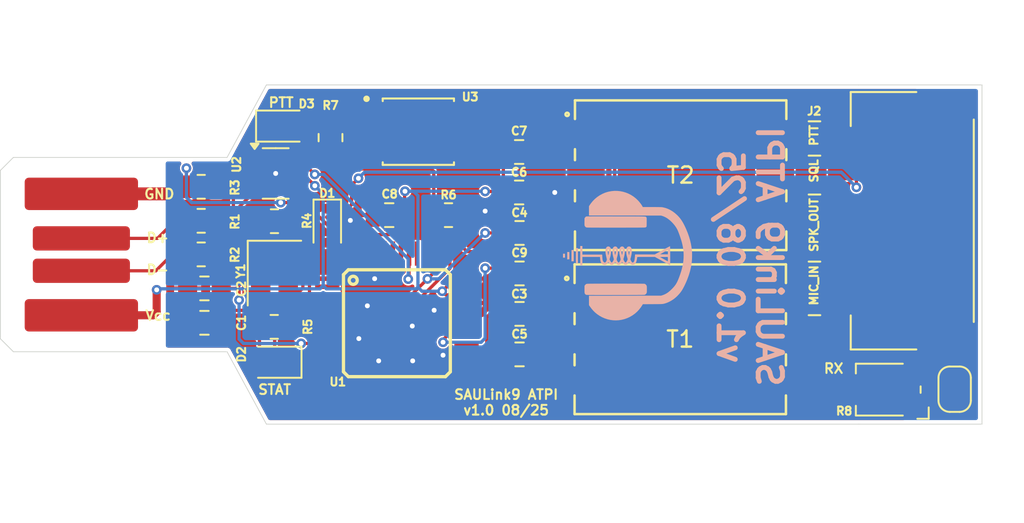
<source format=kicad_pcb>
(kicad_pcb (version 20240108) (generator "pcbnew") (generator_version "8.0")
  (layers (0 "F.Cu" signal) (31 "B.Cu" signal) (34 "B.Paste" user) (35 "F.Paste" user) (36 "B.SilkS" user "B.Silkscreen") (37 "F.SilkS" user "F.Silkscreen") (38 "B.Mask" user) (39 "F.Mask" user) (44 "Edge.Cuts" user))
  (net 0 "")
  (net 1 "Net-(C1-Pad2)")
  (net 2 "Net-(C2-Pad1)")
  (net 3 "Net-(C3-Pad1)")
  (net 4 "Net-(C3-Pad2)")
  (net 5 "Net-(C5-Pad1)")
  (net 6 "Net-(J1-VBUS)")
  (net 7 "Net-(C9-Pad1)")
  (net 8 "Net-(D1-K)")
  (net 9 "Net-(D1-A)")
  (net 10 "Net-(D2-A)")
  (net 11 "Net-(J1-D-)")
  (net 12 "GND")
  (net 13 "Net-(R1-Pad1)")
  (net 14 "Net-(R2-Pad2)")
  (net 15 "Net-(J1-D+)")
  (net 17 "Net-(J2-Pad3)")
  (net 18 "Net-(J2-Pad2)")
  (net 20 "Net-(JP1-A)")
  (net 24 "Net-(J2-Pad4)")
  (net 27 "Net-(R5-Pad2)")
  (net 28 "Net-(R3-Pad2)")
  (net 30 "Net-(U1-Pad42)")
  (net 47 "Net-(J2-Pad6)")
  (net 48 "Net-(R6-Pad1)")
  (net 49 "Net-(R6-Pad2)")
  (net 53 "Net-(T2-Pad1)")
  (net 55 "Net-(JP1-B)")
  (net 56 "Net-(C4-Pad1)")
  (net 57 "Net-(D3-A)")
  (footprint "Capacitor_SMD:C_0805_2012Metric" (layer "F.Cu") (at 139.051252 94.801748)
    (property "Reference" "C5" (at 0 -1.25 0) (layer "F.SilkS") (effects (font (size 0.5 0.5) (thickness 0.125))))
    (property "Value" "4.7uF")
    (pad "1" smd roundrect (at -0.95 0) (size 1 1.45) (layers "F.Cu" "F.Paste" "F.Mask") (net 5 "Net-(C5-Pad1)"))
    (pad "2" smd roundrect (at 0.95 0) (size 1 1.45) (layers "F.Cu" "F.Paste" "F.Mask") (net 12 "GND"))
  )
  (footprint "Resistor_SMD:R_0805_2012Metric" (layer "F.Cu") (at 119.388752 84.451748)
    (property "Reference" "R3" (at 2.0875 0.05 90) (layer "F.SilkS") (effects (font (size 0.5 0.5) (thickness 0.125))))
    (property "Value" "1k5")
    (pad "1" smd roundrect (at -0.9125 0) (size 1.025 1.4) (layers "F.Cu" "F.Paste" "F.Mask") (roundrect_rratio 0.243902) (net 56 "Net-(C4-Pad1)"))
    (pad "2" smd roundrect (at 0.9125 0) (size 1.025 1.4) (layers "F.Cu" "F.Paste" "F.Mask") (roundrect_rratio 0.243902) (net 28 "Net-(R3-Pad2)"))
  )
  (footprint "Resistor_SMD:R_0805_2012Metric" (layer "F.Cu") (at 134.663752 86.201748)
    (property "Reference" "R6" (at 0 -1.25 0) (layer "F.SilkS") (effects (font (size 0.5 0.5) (thickness 0.125))))
    (property "Value" "820")
    (pad "1" smd roundrect (at -0.9125 0) (size 1.025 1.4) (layers "F.Cu" "F.Paste" "F.Mask") (roundrect_rratio 0.243902) (net 48 "Net-(R6-Pad1)"))
    (pad "2" smd roundrect (at 0.9125 0) (size 1.025 1.4) (layers "F.Cu" "F.Paste" "F.Mask") (roundrect_rratio 0.243902) (net 49 "Net-(R6-Pad2)"))
  )
  (footprint "Resistor_SMD:R_0805_2012Metric" (layer "F.Cu") (at 119.388752 88.626748)
    (property "Reference" "R2" (at 2.0875 0.025 90) (layer "F.SilkS") (effects (font (size 0.5 0.5) (thickness 0.125))))
    (property "Value" "22")
    (pad "1" smd roundrect (at -0.9125 0) (size 1.025 1.4) (layers "F.Cu" "F.Paste" "F.Mask") (roundrect_rratio 0.243902) (net 11 "Net-(J1-D-)"))
    (pad "2" smd roundrect (at 0.9125 0) (size 1.025 1.4) (layers "F.Cu" "F.Paste" "F.Mask") (roundrect_rratio 0.243902) (net 14 "Net-(R2-Pad2)"))
  )
  (footprint "Capacitor_SMD:C_0805_2012Metric" (layer "F.Cu") (at 131.001252 86.201748 180)
    (property "Reference" "C8" (at -0.025 1.3 0) (layer "F.SilkS") (effects (font (size 0.5 0.5) (thickness 0.125))))
    (property "Value" "4.7uF")
    (pad "1" smd roundrect (at -0.95 0 180) (size 1 1.45) (layers "F.Cu" "F.Paste" "F.Mask") (net 6 "Net-(J1-VBUS)"))
    (pad "2" smd roundrect (at 0.95 0 180) (size 1 1.45) (layers "F.Cu" "F.Paste" "F.Mask") (net 12 "GND"))
  )
  (footprint "Connector_USB_PCB_Edge:USB_A_PCB_Edge_receptacle" (layer "F.Cu") (at 111.987252 88.637748)
    (property "Reference" "J1" (hide yes))
    (property "Value" "USB_A_PCB_Edge_receptacle")
    (fp_line (start -5 -5.2) (end -5 5.2) (stroke (width 0.05)) (layer "Edge.Cuts"))
    (fp_line (start -5 -5.2) (end -4.2 -6) (stroke (width 0.05)) (layer "Edge.Cuts"))
    (fp_line (start -5 5.2) (end -4.2 6) (stroke (width 0.05)) (layer "Edge.Cuts"))
    (fp_line (start 9 -6) (end -4.2 -6) (stroke (width 0.05)) (layer "Edge.Cuts"))
    (fp_line (start 9 6) (end -4.2 6) (stroke (width 0.05)) (layer "Edge.Cuts"))
    (pad "1" smd roundrect (at 0 3.75) (size 7 2) (layers "F.Cu" "F.Mask") (roundrect_rratio 0.125) (net 6 "Net-(J1-VBUS)"))
    (pad "2" smd roundrect (at 0 1) (size 6 1.5) (layers "F.Cu" "F.Mask") (roundrect_rratio 0.1666666667) (net 11 "Net-(J1-D-)"))
    (pad "3" smd roundrect (at 0 -1) (size 6 1.5) (layers "F.Cu" "F.Mask") (roundrect_rratio 0.1666666667) (net 15 "Net-(J1-D+)"))
    (pad "4" smd roundrect (at 0 -3.75) (size 7 2) (layers "F.Cu" "F.Mask") (roundrect_rratio 0.125) (net 12 "GND"))
  )
  (footprint "Jumper:SolderJumper-2_P1.3mm_Open_RoundedPad1.0x1.5mm" (layer "F.Cu") (at 165.926252 96.951748 90)
    (property "Reference" "JP1" (hide yes))
    (property "Value" "SolderJumper_2_Open")
    (pad "1" smd custom (at -0.65 0 90) (size 1 0.5) (layers "F.Cu" "F.Mask") (net 20 "Net-(JP1-A)") (options (clearance outline) (anchor rect)) (primitives (gr_circle (center 0 0.25) (end 0.5 0.25) (width 0) (fill yes)) (gr_circle (center 0 -0.25) (end 0.5 -0.25) (width 0) (fill yes)) (gr_poly (pts (xy 0.5 0.75) (xy 0 0.75) (xy 0 -0.75) (xy 0.5 -0.75)) (width 0) (fill yes))))
    (pad "2" smd custom (at 0.65 0 90) (size 1 0.5) (layers "F.Cu" "F.Mask") (net 55 "Net-(JP1-B)") (options (clearance outline) (anchor rect)) (primitives (gr_circle (center 0 0.25) (end 0.5 0.25) (width 0) (fill yes)) (gr_circle (center 0 -0.25) (end 0.5 -0.25) (width 0) (fill yes)) (gr_poly (pts (xy 0 0.75) (xy -0.5 0.75) (xy -0.5 -0.75) (xy 0 -0.75)) (width 0) (fill yes))))
  )
  (footprint "Potentiometer_SMD:Potentiometer_Bourns_TC33X_Vertical" (layer "F.Cu") (at 161.722652 96.978148 180)
    (property "Reference" "R8" (at 2.6214 -1.3236 0) (layer "F.SilkS") (effects (font (size 0.5 0.5) (thickness 0.125))))
    (property "Value" "100k")
    (pad "1" smd rect (at -1.8 -1 180) (size 1.2 1.2) (layers "F.Cu" "F.Paste" "F.Mask") (net 20 "Net-(JP1-A)"))
    (pad "2" smd rect (at 1.45 0 180) (size 1.5 1.6) (layers "F.Cu" "F.Paste" "F.Mask") (net 55 "Net-(JP1-B)"))
    (pad "3" smd rect (at -1.8 1 180) (size 1.2 1.2) (layers "F.Cu" "F.Paste" "F.Mask") (net 18 "Net-(J2-Pad2)"))
  )
  (footprint "Resistor_SMD:R_0805_2012Metric" (layer "F.Cu") (at 127.376252 81.414248 -90)
    (property "Reference" "R7" (at -1.9875 0 0) (layer "F.SilkS") (effects (font (size 0.5 0.5) (thickness 0.125))))
    (property "Value" "1.5k")
    (pad "1" smd roundrect (at -0.9125 0 270) (size 1.025 1.4) (layers "F.Cu" "F.Paste" "F.Mask") (roundrect_rratio 0.243902) (net 57 "Net-(D3-A)"))
    (pad "2" smd roundrect (at 0.9125 0 270) (size 1.025 1.4) (layers "F.Cu" "F.Paste" "F.Mask") (roundrect_rratio 0.243902) (net 48 "Net-(R6-Pad1)"))
  )
  (footprint "Capacitor_SMD:C_0805_2012Metric" (layer "F.Cu") (at 139.051252 87.301748)
    (property "Reference" "C4" (at 0 -1.25 0) (layer "F.SilkS") (effects (font (size 0.5 0.5) (thickness 0.125))))
    (property "Value" "4.7uF")
    (pad "1" smd roundrect (at -0.95 0) (size 1 1.45) (layers "F.Cu" "F.Paste" "F.Mask") (net 56 "Net-(C4-Pad1)"))
    (pad "2" smd roundrect (at 0.95 0) (size 1 1.45) (layers "F.Cu" "F.Paste" "F.Mask") (net 12 "GND"))
  )
  (footprint "Capacitor_SMD:C_0805_2012Metric_Pad1.18x1.45mm_HandSolder" (layer "F.Cu") (at 119.588752 90.726748 180)
    (property "Reference" "C2" (at -2.2875 -0.025 90) (layer "F.SilkS") (effects (font (size 0.5 0.5) (thickness 0.125))))
    (property "Value" "20pF")
    (pad "1" smd roundrect (at -1.0375 0 180) (size 1.175 1.45) (layers "F.Cu" "F.Paste" "F.Mask") (roundrect_rratio 0.212766) (net 2 "Net-(C2-Pad1)"))
    (pad "2" smd roundrect (at 1.0375 0 180) (size 1.175 1.45) (layers "F.Cu" "F.Paste" "F.Mask") (roundrect_rratio 0.212766) (net 12 "GND"))
  )
  (footprint "LED_SMD:LED_0805_2012Metric" (layer "F.Cu") (at 123.899852 95.286148 180)
    (property "Reference" "D2" (at 2.0236 0.4844 90) (layer "F.SilkS") (effects (font (size 0.5 0.5) (thickness 0.125))))
    (property "Value" "LED")
    (pad "1" smd roundrect (at -0.9375 0 180) (size 0.975 1.4) (layers "F.Cu" "F.Paste" "F.Mask") (net 12 "GND"))
    (pad "2" smd roundrect (at 0.9375 0 180) (size 0.975 1.4) (layers "F.Cu" "F.Paste" "F.Mask") (net 10 "Net-(D2-A)"))
  )
  (footprint "footprints:RES6_SM-LP-5001E_BRN" (layer "F.Cu") (at 148.977152 93.866748)
    (property "Reference" "T1" (at 0 0 0) (layer "F.SilkS"))
    (property "Value" "SM-LP-5001E")
    (pad "1" smd rect (at -5.849102 -2.54) (size 2.3114 1.1992) (layers "F.Cu" "F.Paste" "F.Mask") (net 12 "GND"))
    (pad "2" smd rect (at -5.849102 0) (size 2.3114 1.1992) (layers "F.Cu" "F.Paste" "F.Mask"))
    (pad "3" smd rect (at -5.849102 2.54) (size 2.3114 1.1992) (layers "F.Cu" "F.Paste" "F.Mask") (net 4 "Net-(C3-Pad2)"))
    (pad "4" smd rect (at 5.849102 2.54) (size 2.3114 1.1992) (layers "F.Cu" "F.Paste" "F.Mask") (net 18 "Net-(J2-Pad2)"))
    (pad "5" smd rect (at 5.849102 0) (size 2.3114 1.1992) (layers "F.Cu" "F.Paste" "F.Mask"))
    (pad "6" smd rect (at 5.849102 -2.54) (size 2.3114 1.1992) (layers "F.Cu" "F.Paste" "F.Mask") (net 55 "Net-(JP1-B)"))
  )
  (footprint "Resistor_SMD:R_0805_2012Metric" (layer "F.Cu") (at 123.899852 93.101748)
    (property "Reference" "R5" (at 2.0764 0 90) (layer "F.SilkS") (effects (font (size 0.5 0.5) (thickness 0.125))))
    (property "Value" "1.5k")
    (pad "1" smd roundrect (at -0.9125 0) (size 1.025 1.4) (layers "F.Cu" "F.Paste" "F.Mask") (roundrect_rratio 0.243902) (net 10 "Net-(D2-A)"))
    (pad "2" smd roundrect (at 0.9125 0) (size 1.025 1.4) (layers "F.Cu" "F.Paste" "F.Mask") (roundrect_rratio 0.243902) (net 27 "Net-(R5-Pad2)"))
  )
  (footprint "Capacitor_SMD:C_0805_2012Metric_Pad1.18x1.45mm_HandSolder" (layer "F.Cu") (at 119.588752 92.851748)
    (property "Reference" "C1" (at 2.2875 0 90) (layer "F.SilkS") (effects (font (size 0.5 0.5) (thickness 0.125))))
    (property "Value" "20pF")
    (pad "1" smd roundrect (at -1.0375 0) (size 1.175 1.45) (layers "F.Cu" "F.Paste" "F.Mask") (roundrect_rratio 0.212766) (net 12 "GND"))
    (pad "2" smd roundrect (at 1.0375 0) (size 1.175 1.45) (layers "F.Cu" "F.Paste" "F.Mask") (roundrect_rratio 0.212766) (net 1 "Net-(C1-Pad2)"))
  )
  (footprint "Capacitor_SMD:C_0805_2012Metric" (layer "F.Cu") (at 139.051252 89.801748)
    (property "Reference" "C9" (at 0 -1.275 0) (layer "F.SilkS") (effects (font (size 0.5 0.5) (thickness 0.125))))
    (property "Value" "100nF")
    (pad "1" smd roundrect (at -0.95 0) (size 1 1.45) (layers "F.Cu" "F.Paste" "F.Mask") (net 7 "Net-(C9-Pad1)"))
    (pad "2" smd roundrect (at 0.95 0) (size 1 1.45) (layers "F.Cu" "F.Paste" "F.Mask") (net 12 "GND"))
  )
  (footprint "S6B-PH-SM4:JST_S6B-PH-SM4-TB_LF__SN_" (layer "F.Cu") (at 159.856652 86.548148 90)
    (property "Reference" "J2" (at 6.7714 -2.6054 0) (layer "F.SilkS") (effects (font (size 0.5 0.5) (thickness 0.125))))
    (property "Value" "S6B-PH-SM4")
    (pad "1" smd rect (at -5 0 90) (size 1 3.5) (layers "F.Cu" "F.Paste" "F.Mask") (net 20 "Net-(JP1-A)"))
    (pad "2" smd rect (at -3 0 90) (size 1 3.5) (layers "F.Cu" "F.Paste" "F.Mask") (net 18 "Net-(J2-Pad2)"))
    (pad "3" smd rect (at -1 0 90) (size 1 3.5) (layers "F.Cu" "F.Paste" "F.Mask") (net 17 "Net-(J2-Pad3)"))
    (pad "4" smd rect (at 1 0 90) (size 1 3.5) (layers "F.Cu" "F.Paste" "F.Mask") (net 24 "Net-(J2-Pad4)"))
    (pad "5" smd rect (at 3 0 90) (size 1 3.5) (layers "F.Cu" "F.Paste" "F.Mask") (net 8 "Net-(D1-K)"))
    (pad "6" smd rect (at 5 0 90) (size 1 3.5) (layers "F.Cu" "F.Paste" "F.Mask") (net 47 "Net-(J2-Pad6)"))
    (pad "S1" smd rect (at -7.35 5.75 90) (size 1.5 3.4) (layers "F.Cu" "F.Paste" "F.Mask") (net 12 "GND"))
    (pad "S2" smd rect (at 7.35 5.75 90) (size 1.5 3.4) (layers "F.Cu" "F.Paste" "F.Mask") (net 12 "GND"))
  )
  (footprint "EL357N-G-Optokoppler:OPTO_EL357N-G" (layer "F.Cu") (at 132.801252 81.046748)
    (property "Reference" "U3" (at 3.2 -2.145 0) (layer "F.SilkS") (effects (font (size 0.5 0.5) (thickness 0.125))))
    (property "Value" "EL357N-G")
    (pad "1" smd rect (at -3.175 -1.27) (size 1.5 0.6) (layers "F.Cu" "F.Paste" "F.Mask") (net 49 "Net-(R6-Pad2)"))
    (pad "2" smd rect (at -3.175 1.27) (size 1.5 0.6) (layers "F.Cu" "F.Paste" "F.Mask") (net 12 "GND"))
    (pad "3" smd rect (at 3.175 1.27) (size 1.5 0.6) (layers "F.Cu" "F.Paste" "F.Mask") (net 12 "GND"))
    (pad "4" smd rect (at 3.175 -1.27) (size 1.5 0.6) (layers "F.Cu" "F.Paste" "F.Mask") (net 47 "Net-(J2-Pad6)"))
  )
  (footprint "LED_SMD:LED_0805_2012Metric" (layer "F.Cu") (at 124.463752 80.701748)
    (property "Reference" "D3" (at 1.4375 -1.375 0) (layer "F.SilkS") (effects (font (size 0.5 0.5) (thickness 0.125))))
    (property "Value" "LED")
    (pad "1" smd roundrect (at -0.9375 0) (size 0.975 1.4) (layers "F.Cu" "F.Paste" "F.Mask") (net 12 "GND"))
    (pad "2" smd roundrect (at 0.9375 0) (size 0.975 1.4) (layers "F.Cu" "F.Paste" "F.Mask") (net 57 "Net-(D3-A)"))
  )
  (footprint "Resistor_SMD:R_0805_2012Metric" (layer "F.Cu") (at 119.388752 86.551748 180)
    (property "Reference" "R1" (at -2.0875 -0.05 90) (layer "F.SilkS") (effects (font (size 0.5 0.5) (thickness 0.125))))
    (property "Value" "22")
    (pad "1" smd roundrect (at -0.9125 0 180) (size 1.025 1.4) (layers "F.Cu" "F.Paste" "F.Mask") (roundrect_rratio 0.243902) (net 13 "Net-(R1-Pad1)"))
    (pad "2" smd roundrect (at 0.9125 0 180) (size 1.025 1.4) (layers "F.Cu" "F.Paste" "F.Mask") (roundrect_rratio 0.243902) (net 15 "Net-(J1-D+)"))
  )
  (footprint "Capacitor_SMD:C_0805_2012Metric" (layer "F.Cu") (at 139.026252 82.301748)
    (property "Reference" "C7" (at 0 -1.3 0) (layer "F.SilkS") (effects (font (size 0.5 0.5) (thickness 0.125))))
    (property "Value" "4.7uF")
    (pad "1" smd roundrect (at -0.95 0) (size 1 1.45) (layers "F.Cu" "F.Paste" "F.Mask") (net 6 "Net-(J1-VBUS)"))
    (pad "2" smd roundrect (at 0.95 0) (size 1 1.45) (layers "F.Cu" "F.Paste" "F.Mask") (net 12 "GND"))
  )
  (footprint "CM108B:TQFP48" (layer "F.Cu") (at 131.476252 92.876748 90)
    (property "Reference" "U1" (at -3.625 -3.65 0) (layer "F.SilkS") (effects (font (size 0.5 0.5) (thickness 0.125))))
    (property "Value" "CM108B" (hide yes))
    (pad "1" smd rect (at 2.75 -4.3 90) (size 0.28 1.5) (layers "F.Cu" "F.Mask"))
    (pad "2" smd rect (at 2.25 -4.3 90) (size 0.28 1.5) (layers "F.Cu" "F.Mask"))
    (pad "3" smd rect (at 1.75 -4.3 90) (size 0.28 1.5) (layers "F.Cu" "F.Mask"))
    (pad "4" smd rect (at 1.25 -4.3 90) (size 0.28 1.5) (layers "F.Cu" "F.Mask"))
    (pad "5" smd rect (at 0.75 -4.3 90) (size 0.28 1.5) (layers "F.Cu" "F.Mask"))
    (pad "6" smd rect (at 0.25 -4.3 90) (size 0.28 1.5) (layers "F.Cu" "F.Mask"))
    (pad "7" smd rect (at -0.25 -4.3 90) (size 0.28 1.5) (layers "F.Cu" "F.Mask") (net 56 "Net-(C4-Pad1)"))
    (pad "8" smd rect (at -0.75 -4.3 90) (size 0.28 1.5) (layers "F.Cu" "F.Mask") (net 1 "Net-(C1-Pad2)"))
    (pad "9" smd rect (at -1.25 -4.3 90) (size 0.28 1.5) (layers "F.Cu" "F.Mask") (net 2 "Net-(C2-Pad1)"))
    (pad "10" smd rect (at -1.75 -4.3 90) (size 0.28 1.5) (layers "F.Cu" "F.Mask") (net 12 "GND"))
    (pad "11" smd rect (at -2.25 -4.3 90) (size 0.28 1.5) (layers "F.Cu" "F.Mask"))
    (pad "12" smd rect (at -2.75 -4.3 90) (size 0.28 1.5) (layers "F.Cu" "F.Mask") (net 27 "Net-(R5-Pad2)"))
    (pad "13" smd rect (at -4.3 -2.75 90) (size 1.5 0.28) (layers "F.Cu" "F.Mask") (net 48 "Net-(R6-Pad1)"))
    (pad "14" smd rect (at -4.3 -2.25 90) (size 1.5 0.28) (layers "F.Cu" "F.Mask") (net 12 "GND"))
    (pad "15" smd rect (at -4.3 -1.75 90) (size 1.5 0.28) (layers "F.Cu" "F.Mask"))
    (pad "16" smd rect (at -4.3 -1.25 90) (size 1.5 0.28) (layers "F.Cu" "F.Mask") (net 12 "GND"))
    (pad "17" smd rect (at -4.3 -0.75 90) (size 1.5 0.28) (layers "F.Cu" "F.Mask"))
    (pad "18" smd rect (at -4.3 -0.25 90) (size 1.5 0.28) (layers "F.Cu" "F.Mask"))
    (pad "19" smd rect (at -4.3 0.25 90) (size 1.5 0.28) (layers "F.Cu" "F.Mask"))
    (pad "20" smd rect (at -4.3 0.75 90) (size 1.5 0.28) (layers "F.Cu" "F.Mask"))
    (pad "21" smd rect (at -4.3 1.25 90) (size 1.5 0.28) (layers "F.Cu" "F.Mask"))
    (pad "22" smd rect (at -4.3 1.75 90) (size 1.5 0.28) (layers "F.Cu" "F.Mask") (net 12 "GND"))
    (pad "23" smd rect (at -4.3 2.25 90) (size 1.5 0.28) (layers "F.Cu" "F.Mask") (net 12 "GND"))
    (pad "24" smd rect (at -4.3 2.75 90) (size 1.5 0.28) (layers "F.Cu" "F.Mask") (net 12 "GND"))
    (pad "25" smd rect (at -2.75 4.3 90) (size 0.28 1.5) (layers "F.Cu" "F.Mask"))
    (pad "26" smd rect (at -2.25 4.3 90) (size 0.28 1.5) (layers "F.Cu" "F.Mask") (net 5 "Net-(C5-Pad1)"))
    (pad "27" smd rect (at -1.75 4.3 90) (size 0.28 1.5) (layers "F.Cu" "F.Mask") (net 3 "Net-(C3-Pad1)"))
    (pad "28" smd rect (at -1.25 4.3 90) (size 0.28 1.5) (layers "F.Cu" "F.Mask"))
    (pad "29" smd rect (at -0.75 4.3 90) (size 0.28 1.5) (layers "F.Cu" "F.Mask") (net 7 "Net-(C9-Pad1)"))
    (pad "30" smd rect (at -0.25 4.3 90) (size 0.28 1.5) (layers "F.Cu" "F.Mask") (net 53 "Net-(T2-Pad1)"))
    (pad "31" smd rect (at 0.25 4.3 90) (size 0.28 1.5) (layers "F.Cu" "F.Mask"))
    (pad "32" smd rect (at 0.75 4.3 90) (size 0.28 1.5) (layers "F.Cu" "F.Mask"))
    (pad "33" smd rect (at 1.25 4.3 90) (size 0.28 1.5) (layers "F.Cu" "F.Mask") (net 12 "GND"))
    (pad "34" smd rect (at 1.75 4.3 90) (size 0.28 1.5) (layers "F.Cu" "F.Mask") (net 6 "Net-(J1-VBUS)"))
    (pad "35" smd rect (at 2.25 4.3 90) (size 0.28 1.5) (layers "F.Cu" "F.Mask") (net 6 "Net-(J1-VBUS)"))
    (pad "36" smd rect (at 2.75 4.3 90) (size 0.28 1.5) (layers "F.Cu" "F.Mask") (net 12 "GND"))
    (pad "37" smd rect (at 4.3 2.75 90) (size 1.5 0.28) (layers "F.Cu" "F.Mask") (net 56 "Net-(C4-Pad1)"))
    (pad "38" smd rect (at 4.3 2.25 90) (size 1.5 0.28) (layers "F.Cu" "F.Mask") (net 56 "Net-(C4-Pad1)"))
    (pad "39" smd rect (at 4.3 1.75 90) (size 1.5 0.28) (layers "F.Cu" "F.Mask"))
    (pad "40" smd rect (at 4.3 1.25 90) (size 1.5 0.28) (layers "F.Cu" "F.Mask"))
    (pad "41" smd rect (at 4.3 0.75 90) (size 1.5 0.28) (layers "F.Cu" "F.Mask") (net 28 "Net-(R3-Pad2)"))
    (pad "42" smd rect (at 4.3 0.25 90) (size 1.5 0.28) (layers "F.Cu" "F.Mask") (net 30 "Net-(U1-Pad42)"))
    (pad "43" smd rect (at 4.3 -0.25 90) (size 1.5 0.28) (layers "F.Cu" "F.Mask"))
    (pad "44" smd rect (at 4.3 -0.75 90) (size 1.5 0.28) (layers "F.Cu" "F.Mask"))
    (pad "45" smd rect (at 4.3 -1.25 90) (size 1.5 0.28) (layers "F.Cu" "F.Mask"))
    (pad "46" smd rect (at 4.3 -1.75 90) (size 1.5 0.28) (layers "F.Cu" "F.Mask"))
    (pad "47" smd rect (at 4.3 -2.25 90) (size 1.5 0.28) (layers "F.Cu" "F.Mask"))
    (pad "48" smd rect (at 4.3 -2.75 90) (size 1.5 0.28) (layers "F.Cu" "F.Mask") (net 9 "Net-(D1-A)"))
  )
  (footprint "Resistor_SMD:R_0805_2012Metric" (layer "F.Cu") (at 123.913752 86.576748)
    (property "Reference" "R4" (at 2.0125 -0.025 90) (layer "F.SilkS") (effects (font (size 0.5 0.5) (thickness 0.125))))
    (property "Value" "1M?")
    (pad "1" smd roundrect (at -0.9125 0) (size 1.025 1.4) (layers "F.Cu" "F.Paste" "F.Mask") (roundrect_rratio 0.243902) (net 2 "Net-(C2-Pad1)"))
    (pad "2" smd roundrect (at 0.9125 0) (size 1.025 1.4) (layers "F.Cu" "F.Paste" "F.Mask") (roundrect_rratio 0.243902) (net 1 "Net-(C1-Pad2)"))
  )
  (footprint "Crystal:Crystal_SMD_3225-4Pin_3.2x2.5mm" (layer "F.Cu") (at 123.913452 89.782148 -90)
    (property "Reference" "Y1" (at -0.1304 2.0872 90) (layer "F.SilkS") (effects (font (size 0.5 0.5) (thickness 0.125))))
    (property "Value" "12Mhz")
    (pad "1" smd rect (at -1.1 0.85 270) (size 1.4 1.2) (layers "F.Cu" "F.Paste" "F.Mask") (net 2 "Net-(C2-Pad1)"))
    (pad "2" smd rect (at 1.1 0.85 270) (size 1.4 1.2) (layers "F.Cu" "F.Paste" "F.Mask") (net 12 "GND"))
    (pad "3" smd rect (at 1.1 -0.85 270) (size 1.4 1.2) (layers "F.Cu" "F.Paste" "F.Mask") (net 1 "Net-(C1-Pad2)"))
    (pad "4" smd rect (at -1.1 -0.85 270) (size 1.4 1.2) (layers "F.Cu" "F.Paste" "F.Mask") (net 12 "GND"))
  )
  (footprint "Capacitor_SMD:C_0805_2012Metric" (layer "F.Cu") (at 139.026252 84.801748)
    (property "Reference" "C6" (at 0 -1.25 0) (layer "F.SilkS") (effects (font (size 0.5 0.5) (thickness 0.125))))
    (property "Value" "4.7uF")
    (pad "1" smd roundrect (at -0.95 0) (size 1 1.45) (layers "F.Cu" "F.Paste" "F.Mask") (net 6 "Net-(J1-VBUS)"))
    (pad "2" smd roundrect (at 0.95 0) (size 1 1.45) (layers "F.Cu" "F.Paste" "F.Mask") (net 12 "GND"))
  )
  (footprint "footprints:RES6_SM-LP-5001E_BRN" (layer "F.Cu") (at 149.002152 83.736748)
    (property "Reference" "T2" (at 0 0 0) (layer "F.SilkS"))
    (property "Value" "SM-LP-5001E")
    (pad "1" smd rect (at -5.849102 -2.54) (size 2.3114 1.1992) (layers "F.Cu" "F.Paste" "F.Mask") (net 53 "Net-(T2-Pad1)"))
    (pad "2" smd rect (at -5.849102 0) (size 2.3114 1.1992) (layers "F.Cu" "F.Paste" "F.Mask"))
    (pad "3" smd rect (at -5.849102 2.54) (size 2.3114 1.1992) (layers "F.Cu" "F.Paste" "F.Mask") (net 12 "GND"))
    (pad "4" smd rect (at 5.849102 2.54) (size 2.3114 1.1992) (layers "F.Cu" "F.Paste" "F.Mask") (net 24 "Net-(J2-Pad4)"))
    (pad "5" smd rect (at 5.849102 0) (size 2.3114 1.1992) (layers "F.Cu" "F.Paste" "F.Mask"))
    (pad "6" smd rect (at 5.849102 -2.54) (size 2.3114 1.1992) (layers "F.Cu" "F.Paste" "F.Mask") (net 17 "Net-(J2-Pad3)"))
  )
  (footprint "Capacitor_SMD:C_0805_2012Metric" (layer "F.Cu") (at 139.051252 92.301748)
    (property "Reference" "C3" (at -0.0125 -1.225 0) (layer "F.SilkS") (effects (font (size 0.5 0.5) (thickness 0.125))))
    (property "Value" "1uF")
    (pad "1" smd roundrect (at -0.95 0) (size 1 1.45) (layers "F.Cu" "F.Paste" "F.Mask") (net 3 "Net-(C3-Pad1)"))
    (pad "2" smd roundrect (at 0.95 0) (size 1 1.45) (layers "F.Cu" "F.Paste" "F.Mask") (net 4 "Net-(C3-Pad2)"))
  )
  (footprint "Package_TO_SOT_SMD:SOT-23-6" (layer "F.Cu") (at 123.988752 83.626748)
    (property "Reference" "U2" (at -2.4125 -0.55 90) (layer "F.SilkS") (effects (font (size 0.5 0.5) (thickness 0.125))))
    (property "Value" "USBLC6")
    (pad "1" smd roundrect (at -1.1375 -0.95) (size 1.325 0.6) (layers "F.Cu" "F.Paste" "F.Mask") (net 13 "Net-(R1-Pad1)"))
    (pad "2" smd roundrect (at -1.1375 0) (size 1.325 0.6) (layers "F.Cu" "F.Paste" "F.Mask") (net 12 "GND"))
    (pad "3" smd roundrect (at -1.1375 0.95) (size 1.325 0.6) (layers "F.Cu" "F.Paste" "F.Mask") (net 14 "Net-(R2-Pad2)"))
    (pad "4" smd roundrect (at 1.1375 0.95) (size 1.325 0.6) (layers "F.Cu" "F.Paste" "F.Mask") (net 30 "Net-(U1-Pad42)"))
    (pad "5" smd roundrect (at 1.1375 0) (size 1.325 0.6) (layers "F.Cu" "F.Paste" "F.Mask") (net 6 "Net-(J1-VBUS)"))
    (pad "6" smd roundrect (at 1.1375 -0.95) (size 1.325 0.6) (layers "F.Cu" "F.Paste" "F.Mask") (net 28 "Net-(R3-Pad2)"))
  )
  (footprint "Diode_SMD:D_SOD-323" (layer "F.Cu") (at 127.176252 86.851748 -90)
    (property "Reference" "D1" (at -2 0 0) (layer "F.SilkS") (effects (font (size 0.5 0.5) (thickness 0.125))))
    (property "Value" "BAT43W-V")
    (pad "1" smd roundrect (at -1.05 0 270) (size 0.6 0.45) (layers "F.Cu" "F.Paste" "F.Mask") (net 8 "Net-(D1-K)"))
    (pad "2" smd roundrect (at 1.05 0 270) (size 0.6 0.45) (layers "F.Cu" "F.Paste" "F.Mask") (net 9 "Net-(D1-A)"))
  )
  (footprint "LOGO" (layer "B.Cu") (at 145.726252 88.701748 90)
    (property "Reference" "g2" (hide yes))
    (property "Value" "LOGO" (hide yes))
  )
  (gr_line (start 167.613252 99.111748) (end 167.613252 78.156748) (stroke (width 0.05)) (layer "Edge.Cuts"))
  (gr_line (start 123.417252 99.111748) (end 159.993252 99.111748) (stroke (width 0.05)) (layer "Edge.Cuts"))
  (gr_line (start 120.987252 82.637748) (end 123.417252 78.156748) (stroke (width 0.05)) (layer "Edge.Cuts"))
  (gr_line (start 123.417252 78.156748) (end 159.993252 78.156748) (stroke (width 0.05)) (layer "Edge.Cuts"))
  (gr_line (start 159.993252 99.111748) (end 167.613252 99.111748) (stroke (width 0.05)) (layer "Edge.Cuts"))
  (gr_line (start 120.987252 94.637748) (end 123.417252 99.111748) (stroke (width 0.05)) (layer "Edge.Cuts"))
  (gr_line (start 167.613252 78.156748) (end 159.993252 78.156748) (stroke (width 0.05)) (layer "Edge.Cuts"))
  (gr_text "SAULink9 ATPI\nv1.0 08/25" (at 151.176252 88.751748 -90) (layer "B.SilkS") (effects (font (size 1.5 1.5) (thickness 0.3) (bold yes)) (justify bottom mirror)))
  (gr_text "GND" (at 116.801252 85.251748 0) (layer "F.SilkS") (effects (font (size 0.6 0.6) (thickness 0.125) (bold yes)) (justify bottom)))
  (gr_text "PTT" (at 124.326252 79.601748 0) (layer "F.SilkS") (effects (font (size 0.6 0.6) (thickness 0.125) (bold yes)) (justify bottom)))
  (gr_text "Vcc" (at 116.726252 92.751748 0) (layer "F.SilkS") (effects (font (size 0.6 0.6) (thickness 0.125) (bold yes)) (justify bottom)))
  (gr_text "SQL| PTT| " (at 157.526252 84.251748 90) (layer "F.SilkS") (effects (font (size 0.5 0.5) (thickness 0.125) (bold yes)) (justify left bottom)))
  (gr_text "SAULink9 ATPI\nv1.0 08/25" (at 138.226252 98.601748 0) (layer "F.SilkS") (effects (font (size 0.6 0.6) (thickness 0.125) (bold yes)) (justify bottom)))
  (gr_text "RX" (at 158.451252 96.026748 0) (layer "F.SilkS") (effects (font (size 0.6 0.6) (thickness 0.125) (bold yes)) (justify bottom)))
  (gr_text "D+" (at 116.701252 87.951748 0) (layer "F.SilkS") (effects (font (size 0.6 0.6) (thickness 0.125) (bold yes)) (justify bottom)))
  (gr_text "D-" (at 116.701252 89.926748 0) (layer "F.SilkS") (effects (font (size 0.6 0.6) (thickness 0.125) (bold yes)) (justify bottom)))
  (gr_text "| MIC_IN| SPK_OUT|" (at 157.526252 92.701748 90) (layer "F.SilkS") (effects (font (size 0.5 0.5) (thickness 0.125) (bold yes)) (justify left bottom)))
  (gr_text "STAT" (at 123.926252 97.326748 0) (layer "F.SilkS") (effects (font (size 0.6 0.6) (thickness 0.125) (bold yes)) (justify bottom)))
  (segment (start 120.626252 92.851748) (end 121.395652 92.082348) (width 0.2) (layer "F.Cu") (net 1))
  (segment (start 125.726252 93.451748) (end 125.726252 92.301748) (width 0.2) (layer "F.Cu") (net 1))
  (segment (start 125.495852 90.882148) (end 125.668452 90.709548) (width 0.2) (layer "F.Cu") (net 1))
  (segment (start 125.668452 86.793948) (end 125.451252 86.576748) (width 0.2) (layer "F.Cu") (net 1))
  (segment (start 125.576252 92.151748) (end 125.033052 92.151748) (width 0.2) (layer "F.Cu") (net 1))
  (segment (start 124.563252 92.082348) (end 124.763452 91.882148) (width 0.2) (layer "F.Cu") (net 1))
  (segment (start 124.763452 90.882148) (end 124.763452 91.121648) (width 0.2) (layer "F.Cu") (net 1))
  (segment (start 124.763452 91.121648) (end 124.763452 91.361248) (width 0.2) (layer "F.Cu") (net 1))
  (segment (start 124.763452 91.382148) (end 124.763452 91.361248) (width 0.2) (layer "F.Cu") (net 1))
  (segment (start 125.033052 92.151748) (end 124.763452 91.882148) (width 0.2) (layer "F.Cu") (net 1))
  (segment (start 125.002952 90.882148) (end 125.495852 90.882148) (width 0.2) (layer "F.Cu") (net 1))
  (segment (start 124.763452 91.832148) (end 124.763452 91.882148) (width 0.2) (layer "F.Cu") (net 1))
  (segment (start 125.668452 90.709548) (end 125.668452 86.793948) (width 0.2) (layer "F.Cu") (net 1))
  (segment (start 127.176252 93.626748) (end 125.901252 93.626748) (width 0.2) (layer "F.Cu") (net 1))
  (segment (start 125.451252 86.576748) (end 124.826252 86.576748) (width 0.2) (layer "F.Cu") (net 1))
  (segment (start 125.726252 92.301748) (end 125.576252 92.151748) (width 0.2) (layer "F.Cu") (net 1))
  (segment (start 125.901252 93.626748) (end 125.726252 93.451748) (width 0.2) (layer "F.Cu") (net 1))
  (segment (start 124.763452 91.382148) (end 124.763452 91.832148) (width 0.2) (layer "F.Cu") (net 1))
  (segment (start 121.395652 92.082348) (end 124.563252 92.082348) (width 0.2) (layer "F.Cu") (net 1))
  (segment (start 121.551252 90.726748) (end 120.626252 90.726748) (width 0.2) (layer "F.Cu") (net 2))
  (segment (start 123.063452 88.682148) (end 121.995852 88.682148) (width 0.2) (layer "F.Cu") (net 2))
  (segment (start 121.726252 90.551748) (end 121.551252 90.726748) (width 0.2) (layer "F.Cu") (net 2))
  (segment (start 121.995852 88.682148) (end 121.726252 88.951748) (width 0.2) (layer "F.Cu") (net 2))
  (segment (start 123.063452 88.682148) (end 123.001252 88.619948) (width 0.2) (layer "F.Cu") (net 2))
  (segment (start 121.551252 90.726748) (end 121.729252 90.904748) (width 0.2) (layer "F.Cu") (net 2))
  (segment (start 121.729252 90.904748) (end 121.729252 91.443048) (width 0.2) (layer "F.Cu") (net 2))
  (segment (start 127.176252 94.126748) (end 125.561752 94.126748) (width 0.2) (layer "F.Cu") (net 2))
  (segment (start 123.001252 88.619948) (end 123.001252 86.576748) (width 0.2) (layer "F.Cu") (net 2))
  (segment (start 121.726252 88.951748) (end 121.726252 90.551748) (width 0.2) (layer "F.Cu") (net 2))
  (via (at 121.729252 91.443048) (size 0.6) (drill 0.3) (layers "F.Cu" "B.Cu") (net 2))
  (via (at 125.561752 94.126748) (size 0.6) (drill 0.3) (layers "F.Cu" "B.Cu") (net 2))
  (segment (start 125.561752 94.126748) (end 122.001252 94.126748) (width 0.2) (layer "B.Cu") (net 2))
  (segment (start 122.001252 94.126748) (end 121.729252 93.854748) (width 0.2) (layer "B.Cu") (net 2))
  (segment (start 121.729252 93.854748) (end 121.729252 91.443048) (width 0.2) (layer "B.Cu") (net 2))
  (segment (start 135.776252 94.626748) (end 136.851252 94.626748) (width 0.2) (layer "F.Cu") (net 3))
  (segment (start 136.851252 94.626748) (end 137.026252 94.451748) (width 0.2) (layer "F.Cu") (net 3))
  (segment (start 137.226252 92.301748) (end 138.101252 92.301748) (width 0.2) (layer "F.Cu") (net 3))
  (segment (start 137.026252 92.501748) (end 137.226252 92.301748) (width 0.2) (layer "F.Cu") (net 3))
  (segment (start 137.026252 94.451748) (end 137.026252 92.501748) (width 0.2) (layer "F.Cu") (net 3))
  (segment (start 141.026252 92.301748) (end 141.276252 92.551748) (width 0.2) (layer "F.Cu") (net 4))
  (segment (start 140.176252 92.301748) (end 141.026252 92.301748) (width 0.2) (layer "F.Cu") (net 4))
  (segment (start 141.276252 96.151748) (end 141.531252 96.406748) (width 0.2) (layer "F.Cu") (net 4))
  (segment (start 141.531252 96.406748) (end 143.128052 96.406748) (width 0.2) (layer "F.Cu") (net 4))
  (segment (start 141.276252 92.551748) (end 141.276252 96.151748) (width 0.2) (layer "F.Cu") (net 4))
  (segment (start 135.776252 95.126748) (end 137.701252 95.126748) (width 0.2) (layer "F.Cu") (net 5))
  (segment (start 137.701252 95.126748) (end 138.026252 94.801748) (width 0.2) (layer "F.Cu") (net 5))
  (segment (start 136.926252 84.739748) (end 137.989252 84.739748) (width 0.2) (layer "F.Cu") (net 6))
  (segment (start 134.276252 90.901748) (end 134.501252 91.126748) (width 0.2) (layer "F.Cu") (net 6))
  (segment (start 134.551252 90.626748) (end 135.776252 90.626748) (width 0.2) (layer "F.Cu") (net 6))
  (segment (start 131.926252 84.801748) (end 131.951252 84.826748) (width 0.2) (layer "F.Cu") (net 6))
  (segment (start 116.415252 92.387748) (end 111.987252 92.387748) (width 0.5) (layer "F.Cu") (net 6))
  (segment (start 116.638752 90.814248) (end 116.638752 92.164248) (width 0.5) (layer "F.Cu") (net 6))
  (segment (start 131.951252 84.826748) (end 131.951252 86.201748) (width 0.2) (layer "F.Cu") (net 6))
  (segment (start 131.926252 84.801748) (end 131.988252 84.739748) (width 0.2) (layer "F.Cu") (net 6))
  (segment (start 134.276252 90.901748) (end 134.551252 90.626748) (width 0.2) (layer "F.Cu") (net 6))
  (segment (start 116.638752 92.164248) (end 116.415252 92.387748) (width 0.5) (layer "F.Cu") (net 6))
  (segment (start 125.647752 83.626748) (end 126.407452 84.386448) (width 0.2) (layer "F.Cu") (net 6))
  (segment (start 138.051252 84.677748) (end 138.051252 82.301748) (width 0.2) (layer "F.Cu") (net 6))
  (segment (start 125.126252 83.626748) (end 125.647752 83.626748) (width 0.2) (layer "F.Cu") (net 6))
  (segment (start 137.989252 84.739748) (end 138.051252 84.801748) (width 0.2) (layer "F.Cu") (net 6))
  (segment (start 137.989252 84.739748) (end 138.051252 84.677748) (width 0.2) (layer "F.Cu") (net 6))
  (segment (start 134.501252 91.126748) (end 135.776252 91.126748) (width 0.2) (layer "F.Cu") (net 6))
  (via (at 126.407452 84.386448) (size 0.6) (drill 0.3) (layers "F.Cu" "B.Cu") (net 6))
  (via (at 136.926252 84.739748) (size 0.6) (drill 0.3) (layers "F.Cu" "B.Cu") (net 6))
  (via (at 116.638752 90.814248) (size 0.6) (drill 0.3) (layers "F.Cu" "B.Cu") (net 6))
  (via (at 131.976252 84.726748) (size 0.6) (drill 0.3) (layers "F.Cu" "B.Cu") (net 6))
  (via (at 134.276252 90.901748) (size 0.6) (drill 0.3) (layers "F.Cu" "B.Cu") (net 6))
  (segment (start 116.638752 90.814248) (end 116.701252 90.751748) (width 0.2) (layer "B.Cu") (net 6))
  (segment (start 136.926252 84.739748) (end 136.776252 84.739748) (width 0.2) (layer "B.Cu") (net 6))
  (segment (start 126.721852 90.751748) (end 126.924052 90.549548) (width 0.2) (layer "B.Cu") (net 6))
  (segment (start 133.026252 90.901748) (end 132.776252 90.651748) (width 0.2) (layer "B.Cu") (net 6))
  (segment (start 136.913252 84.726748) (end 136.926252 84.739748) (width 0.2) (layer "B.Cu") (net 6))
  (segment (start 132.776252 90.651748) (end 132.676252 90.751748) (width 0.2) (layer "B.Cu") (net 6))
  (segment (start 132.776252 85.001748) (end 132.501252 84.726748) (width 0.2) (layer "B.Cu") (net 6))
  (segment (start 126.407452 84.386448) (end 126.924052 84.903048) (width 0.2) (layer "B.Cu") (net 6))
  (segment (start 126.924052 90.549548) (end 126.924052 90.299548) (width 0.2) (layer "B.Cu") (net 6))
  (segment (start 132.776252 90.651748) (end 132.776252 85.001748) (width 0.2) (layer "B.Cu") (net 6))
  (segment (start 127.126252 90.751748) (end 126.924052 90.549548) (width 0.2) (layer "B.Cu") (net 6))
  (segment (start 131.976252 84.726748) (end 136.913252 84.726748) (width 0.2) (layer "B.Cu") (net 6))
  (segment (start 134.276252 90.901748) (end 133.026252 90.901748) (width 0.2) (layer "B.Cu") (net 6))
  (segment (start 116.701252 90.751748) (end 126.721852 90.751748) (width 0.2) (layer "B.Cu") (net 6))
  (segment (start 126.924052 84.903048) (end 126.924052 88.755148) (width 0.2) (layer "B.Cu") (net 6))
  (segment (start 126.924052 90.299548) (end 126.924052 88.755148) (width 0.2) (layer "B.Cu") (net 6))
  (segment (start 132.676252 90.751748) (end 127.126252 90.751748) (width 0.2) (layer "B.Cu") (net 6))
  (segment (start 132.501252 84.726748) (end 131.976252 84.726748) (width 0.2) (layer "B.Cu") (net 6))
  (segment (start 134.326252 93.901748) (end 134.601252 93.626748) (width 0.2) (layer "F.Cu") (net 7))
  (segment (start 136.926252 89.477248) (end 137.776752 89.477248) (width 0.2) (layer "F.Cu") (net 7))
  (segment (start 134.601252 93.626748) (end 135.776252 93.626748) (width 0.2) (layer "F.Cu") (net 7))
  (segment (start 134.326252 94.051748) (end 134.326252 93.901748) (width 0.2) (layer "F.Cu") (net 7))
  (segment (start 137.776752 89.477248) (end 138.101252 89.801748) (width 0.2) (layer "F.Cu") (net 7))
  (via (at 134.326252 94.051748) (size 0.6) (drill 0.3) (layers "F.Cu" "B.Cu") (net 7))
  (via (at 136.926252 89.477248) (size 0.6) (drill 0.3) (layers "F.Cu" "B.Cu") (net 7))
  (segment (start 134.326252 94.051748) (end 136.676252 94.051748) (width 0.2) (layer "B.Cu") (net 7))
  (segment (start 136.926252 93.801748) (end 136.926252 89.477248) (width 0.2) (layer "B.Cu") (net 7))
  (segment (start 136.676252 94.051748) (end 136.926252 93.801748) (width 0.2) (layer "B.Cu") (net 7))
  (segment (start 129.101252 83.926748) (end 128.676252 84.351748) (width 0.2) (layer "F.Cu") (net 8))
  (segment (start 128.426252 85.801748) (end 127.176252 85.801748) (width 0.2) (layer "F.Cu") (net 8))
  (segment (start 128.676252 85.551748) (end 128.426252 85.801748) (width 0.2) (layer "F.Cu") (net 8))
  (segment (start 159.856652 84.482148) (end 159.856652 83.548148) (width 0.2) (layer "F.Cu") (net 8))
  (segment (start 128.676252 84.351748) (end 128.676252 85.551748) (width 0.2) (layer "F.Cu") (net 8))
  (via (at 159.856652 84.482148) (size 0.6) (drill 0.3) (layers "F.Cu" "B.Cu") (net 8))
  (via (at 129.101252 83.926748) (size 0.6) (drill 0.3) (layers "F.Cu" "B.Cu") (net 8))
  (segment (start 129.476252 83.551748) (end 129.101252 83.926748) (width 0.2) (layer "B.Cu") (net 8))
  (segment (start 159.856652 84.482148) (end 158.926252 83.551748) (width 0.2) (layer "B.Cu") (net 8))
  (segment (start 158.926252 83.551748) (end 129.476252 83.551748) (width 0.2) (layer "B.Cu") (net 8))
  (segment (start 127.326252 88.051748) (end 128.726252 88.051748) (width 0.2) (layer "F.Cu") (net 9))
  (segment (start 128.726252 88.051748) (end 128.726252 88.576748) (width 0.2) (layer "F.Cu") (net 9))
  (segment (start 127.176252 87.901748) (end 127.326252 88.051748) (width 0.2) (layer "F.Cu") (net 9))
  (segment (start 122.987352 95.261148) (end 122.987352 93.101748) (width 0.2) (layer "F.Cu") (net 10))
  (segment (start 122.962352 95.286148) (end 122.987352 95.261148) (width 0.2) (layer "F.Cu") (net 10))
  (segment (start 116.590252 89.637748) (end 117.601252 88.626748) (width 0.2) (layer "F.Cu") (net 11))
  (segment (start 117.601252 88.626748) (end 118.476252 88.626748) (width 0.2) (layer "F.Cu") (net 11))
  (segment (start 111.987252 89.637748) (end 116.590252 89.637748) (width 0.2) (layer "F.Cu") (net 11))
  (segment (start 124.763452 88.682148) (end 124.763452 88.638948) (width 0.2) (layer "F.Cu") (net 12))
  (segment (start 125.441852 95.286148) (end 124.837352 95.286148) (width 0.2) (layer "F.Cu") (net 12))
  (segment (start 140.160552 90.388948) (end 140.176252 90.388948) (width 0.2) (layer "F.Cu") (net 12))
  (segment (start 117.465252 84.887748) (end 117.476252 84.876748) (width 0.2) (layer "F.Cu") (net 12))
  (segment (start 140.176252 89.801748) (end 139.951252 89.576748) (width 0.2) (layer "F.Cu") (net 12))
  (segment (start 111.987252 84.887748) (end 117.465252 84.887748) (width 0.8) (layer "F.Cu") (net 12))
  (segment (start 112.073252 84.801748) (end 111.987252 84.887748) (width 0.2) (layer "F.Cu") (net 12))
  (segment (start 133.226252 97.176748) (end 133.226252 96.681548) (width 0.2) (layer "F.Cu") (net 12))
  (segment (start 139.951252 82.087348) (end 139.951252 82.301748) (width 0.2) (layer "F.Cu") (net 12))
  (segment (start 133.726252 97.176748) (end 133.726252 96.651648) (width 0.2) (layer "F.Cu") (net 12))
  (segment (start 134.226252 97.176748) (end 134.226252 96.651648) (width 0.2) (layer "F.Cu") (net 12))
  (segment (start 140.176252 90.388948) (end 140.176252 89.801748) (width 0.2) (layer "F.Cu") (net 12))
  (segment (start 133.226252 96.681548) (end 133.226252 96.651648) (width 0.2) (layer "F.Cu") (net 12))
  (segment (start 126.101252 94.626748) (end 125.441852 95.286148) (width 0.2) (layer "F.Cu") (net 12))
  (segment (start 123.212752 83.626748) (end 122.851252 83.626748) (width 0.2) (layer "F.Cu") (net 12))
  (segment (start 127.176252 94.626748) (end 126.101252 94.626748) (width 0.2) (layer "F.Cu") (net 12))
  (via (at 136.926252 85.951748) (size 0.6) (drill 0.3) (layers "F.Cu" "B.Cu") (net 12))
  (via (at 129.651252 91.801748) (size 0.6) (drill 0.3) (layers "F.Cu" "B.Cu") (net 12))
  (via (at 141.226252 84.801748) (size 0.6) (drill 0.3) (layers "F.Cu" "B.Cu") (net 12))
  (via (at 128.601252 86.526748) (size 0.6) (drill 0.3) (layers "F.Cu" "B.Cu") (net 12))
  (via (at 123.988752 83.626748) (size 0.6) (drill 0.3) (layers "F.Cu" "B.Cu") (net 12))
  (via (at 130.351252 95.201748) (size 0.6) (drill 0.3) (layers "F.Cu" "B.Cu") (net 12))
  (via (at 132.426252 93.051748) (size 0.6) (drill 0.3) (layers "F.Cu" "B.Cu") (net 12))
  (via (at 129.126252 93.826748) (size 0.6) (drill 0.3) (layers "F.Cu" "B.Cu") (net 12))
  (via (at 133.776252 92.076748) (size 0.6) (drill 0.3) (layers "F.Cu" "B.Cu") (net 12))
  (via (at 132.451252 95.201748) (size 0.6) (drill 0.3) (layers "F.Cu" "B.Cu") (net 12))
  (via (at 130.101252 90.126748) (size 0.6) (drill 0.3) (layers "F.Cu" "B.Cu") (net 12))
  (via (at 134.326252 94.851748) (size 0.6) (drill 0.3) (layers "F.Cu" "B.Cu") (net 12))
  (segment (start 121.376252 83.771948) (end 121.376252 86.401748) (width 0.2) (layer "F.Cu") (net 13))
  (segment (start 122.471452 82.676748) (end 121.376252 83.771948) (width 0.2) (layer "F.Cu") (net 13))
  (segment (start 121.376252 86.401748) (end 121.226252 86.551748) (width 0.2) (layer "F.Cu") (net 13))
  (segment (start 122.851252 82.676748) (end 122.471452 82.676748) (width 0.2) (layer "F.Cu") (net 13))
  (segment (start 121.226252 86.551748) (end 120.301252 86.551748) (width 0.2) (layer "F.Cu") (net 13))
  (segment (start 122.851252 84.576748) (end 121.776252 85.651748) (width 0.2) (layer "F.Cu") (net 14))
  (segment (start 121.351252 88.626748) (end 120.301252 88.626748) (width 0.2) (layer "F.Cu") (net 14))
  (segment (start 121.776252 85.651748) (end 121.776252 88.201748) (width 0.2) (layer "F.Cu") (net 14))
  (segment (start 121.776252 88.201748) (end 121.351252 88.626748) (width 0.2) (layer "F.Cu") (net 14))
  (segment (start 116.690252 87.637748) (end 111.987252 87.637748) (width 0.2) (layer "F.Cu") (net 15))
  (segment (start 118.476252 86.551748) (end 117.776252 86.551748) (width 0.2) (layer "F.Cu") (net 15))
  (segment (start 117.776252 86.551748) (end 116.690252 87.637748) (width 0.2) (layer "F.Cu") (net 15))
  (segment (start 161.926252 87.548148) (end 159.856652 87.548148) (width 0.2) (layer "F.Cu") (net 17))
  (segment (start 154.851252 81.196748) (end 156.307052 81.196748) (width 0.2) (layer "F.Cu") (net 17))
  (segment (start 156.307052 81.196748) (end 157.662052 82.551748) (width 0.2) (layer "F.Cu") (net 17))
  (segment (start 162.176252 82.801748) (end 162.176252 87.298148) (width 0.2) (layer "F.Cu") (net 17))
  (segment (start 157.662052 82.551748) (end 161.926252 82.551748) (width 0.2) (layer "F.Cu") (net 17))
  (segment (start 161.926252 82.551748) (end 162.176252 82.801748) (width 0.2) (layer "F.Cu") (net 17))
  (segment (start 162.176252 87.298148) (end 161.926252 87.548148) (width 0.2) (layer "F.Cu") (net 17))
  (segment (start 157.479852 89.548148) (end 157.276252 89.751748) (width 0.2) (layer "F.Cu") (net 18))
  (segment (start 159.856652 89.548148) (end 157.479852 89.548148) (width 0.2) (layer "F.Cu") (net 18))
  (segment (start 157.276252 95.412548) (end 157.206652 95.482148) (width 0.2) (layer "F.Cu") (net 18))
  (segment (start 163.522652 95.978148) (end 162.622552 95.978148) (width 0.2) (layer "F.Cu") (net 18))
  (segment (start 157.806552 94.882248) (end 161.526652 94.882248) (width 0.2) (layer "F.Cu") (net 18))
  (segment (start 157.276252 89.751748) (end 157.276252 95.412548) (width 0.2) (layer "F.Cu") (net 18))
  (segment (start 157.806552 94.882248) (end 156.282052 96.406748) (width 0.2) (layer "F.Cu") (net 18))
  (segment (start 161.526652 94.882248) (end 162.622552 95.978148) (width 0.2) (layer "F.Cu") (net 18))
  (segment (start 154.826252 96.406748) (end 156.282052 96.406748) (width 0.2) (layer "F.Cu") (net 18))
  (segment (start 162.176252 94.051748) (end 163.202452 95.077948) (width 0.2) (layer "F.Cu") (net 20))
  (segment (start 161.922652 91.548148) (end 162.176252 91.801748) (width 0.2) (layer "F.Cu") (net 20))
  (segment (start 167.126252 97.351748) (end 166.876252 97.601748) (width 0.2) (layer "F.Cu") (net 20))
  (segment (start 162.176252 91.801748) (end 162.176252 94.051748) (width 0.2) (layer "F.Cu") (net 20))
  (segment (start 163.202452 95.077948) (end 166.802452 95.077948) (width 0.2) (layer "F.Cu") (net 20))
  (segment (start 159.856652 91.548148) (end 161.922652 91.548148) (width 0.2) (layer "F.Cu") (net 20))
  (segment (start 166.876252 97.601748) (end 165.926252 97.601748) (width 0.2) (layer "F.Cu") (net 20))
  (segment (start 167.126252 95.401748) (end 167.126252 97.351748) (width 0.2) (layer "F.Cu") (net 20))
  (segment (start 165.926252 97.601748) (end 165.549852 97.978148) (width 0.2) (layer "F.Cu") (net 20))
  (segment (start 166.802452 95.077948) (end 167.126252 95.401748) (width 0.2) (layer "F.Cu") (net 20))
  (segment (start 165.549852 97.978148) (end 163.522652 97.978148) (width 0.2) (layer "F.Cu") (net 20))
  (segment (start 159.856652 85.548148) (end 157.035652 85.548148) (width 0.2) (layer "F.Cu") (net 24))
  (segment (start 157.035652 85.548148) (end 156.307052 86.276748) (width 0.2) (layer "F.Cu") (net 24))
  (segment (start 154.851252 86.276748) (end 156.307052 86.276748) (width 0.2) (layer "F.Cu") (net 24))
  (segment (start 124.156302 96.323048) (end 123.926252 96.092998) (width 0.2) (layer "F.Cu") (net 27))
  (segment (start 127.176252 96.051748) (end 126.904952 96.323048) (width 0.2) (layer "F.Cu") (net 27))
  (segment (start 127.176252 95.626748) (end 127.176252 96.051748) (width 0.2) (layer "F.Cu") (net 27))
  (segment (start 126.904952 96.323048) (end 124.156302 96.323048) (width 0.2) (layer "F.Cu") (net 27))
  (segment (start 124.176252 93.101748) (end 124.812352 93.101748) (width 0.2) (layer "F.Cu") (net 27))
  (segment (start 123.926252 96.092998) (end 123.926252 93.351748) (width 0.2) (layer "F.Cu") (net 27))
  (segment (start 123.926252 93.351748) (end 124.176252 93.101748) (width 0.2) (layer "F.Cu") (net 27))
  (segment (start 120.301252 84.065118) (end 120.301252 84.451748) (width 0.2) (layer "F.Cu") (net 28))
  (segment (start 132.176252 90.151748) (end 132.226252 90.101748) (width 0.2) (layer "F.Cu") (net 28))
  (segment (start 124.451252 82.001748) (end 122.364622 82.001748) (width 0.2) (layer "F.Cu") (net 28))
  (segment (start 132.226252 90.101748) (end 132.226252 88.576748) (width 0.2) (layer "F.Cu") (net 28))
  (segment (start 122.364622 82.001748) (end 120.301252 84.065118) (width 0.2) (layer "F.Cu") (net 28))
  (segment (start 125.126252 82.676748) (end 124.451252 82.001748) (width 0.2) (layer "F.Cu") (net 28))
  (segment (start 126.401252 83.687288) (end 125.390712 82.676748) (width 0.2) (layer "F.Cu") (net 28))
  (segment (start 125.390712 82.676748) (end 125.126252 82.676748) (width 0.2) (layer "F.Cu") (net 28))
  (via (at 132.176252 90.151748) (size 0.6) (drill 0.3) (layers "F.Cu" "B.Cu") (net 28))
  (via (at 126.401252 83.687288) (size 0.6) (drill 0.3) (layers "F.Cu" "B.Cu") (net 28))
  (segment (start 132.176252 88.901748) (end 132.176252 90.151748) (width 0.2) (layer "B.Cu") (net 28))
  (segment (start 126.401252 83.687288) (end 126.961792 83.687288) (width 0.2) (layer "B.Cu") (net 28))
  (segment (start 126.961792 83.687288) (end 132.176252 88.901748) (width 0.2) (layer "B.Cu") (net 28))
  (segment (start 125.126252 84.576748) (end 125.126252 84.751748) (width 0.2) (layer "F.Cu") (net 30))
  (segment (start 131.526252 87.401748) (end 131.726252 87.601748) (width 0.2) (layer "F.Cu") (net 30))
  (segment (start 131.726252 87.601748) (end 131.726252 88.576748) (width 0.2) (layer "F.Cu") (net 30))
  (segment (start 125.126252 84.751748) (end 127.776252 87.401748) (width 0.2) (layer "F.Cu") (net 30))
  (segment (start 127.776252 87.401748) (end 131.526252 87.401748) (width 0.2) (layer "F.Cu") (net 30))
  (segment (start 135.761252 79.776748) (end 135.976252 79.776748) (width 0.2) (layer "F.Cu") (net 47))
  (segment (start 136.001252 79.801748) (end 159.576252 79.801748) (width 0.2) (layer "F.Cu") (net 47))
  (segment (start 135.751252 79.786748) (end 135.761252 79.776748) (width 0.2) (layer "F.Cu") (net 47))
  (segment (start 159.856652 80.082148) (end 159.856652 81.548148) (width 0.2) (layer "F.Cu") (net 47))
  (segment (start 135.976252 79.776748) (end 136.001252 79.801748) (width 0.2) (layer "F.Cu") (net 47))
  (segment (start 159.576252 79.801748) (end 159.856652 80.082148) (width 0.2) (layer "F.Cu") (net 47))
  (segment (start 134.751252 89.490948) (end 134.751252 86.476748) (width 0.2) (layer "F.Cu") (net 48))
  (segment (start 127.376252 82.326748) (end 127.376252 82.976748) (width 0.2) (layer "F.Cu") (net 48))
  (segment (start 133.601252 83.351748) (end 133.751252 83.501748) (width 0.2) (layer "F.Cu") (net 48))
  (segment (start 127.751252 83.351748) (end 133.601252 83.351748) (width 0.2) (layer "F.Cu") (net 48))
  (segment (start 128.726252 97.176748) (end 128.726252 95.515948) (width 0.2) (layer "F.Cu") (net 48))
  (segment (start 128.726252 95.515948) (end 134.751252 89.490948) (width 0.2) (layer "F.Cu") (net 48))
  (segment (start 133.751252 83.501748) (end 133.751252 86.201748) (width 0.2) (layer "F.Cu") (net 48))
  (segment (start 127.376252 82.976748) (end 127.751252 83.351748) (width 0.2) (layer "F.Cu") (net 48))
  (segment (start 134.476252 86.201748) (end 133.751252 86.201748) (width 0.2) (layer "F.Cu") (net 48))
  (segment (start 134.751252 86.476748) (end 134.476252 86.201748) (width 0.2) (layer "F.Cu") (net 48))
  (segment (start 139.026252 81.251748) (end 139.026252 88.201748) (width 0.2) (layer "F.Cu") (net 49))
  (segment (start 129.851252 81.051748) (end 138.826252 81.051748) (width 0.2) (layer "F.Cu") (net 49))
  (segment (start 138.776252 88.451748) (end 135.801252 88.451748) (width 0.2) (layer "F.Cu") (net 49))
  (segment (start 138.826252 81.051748) (end 139.026252 81.251748) (width 0.2) (layer "F.Cu") (net 49))
  (segment (start 139.026252 88.201748) (end 138.776252 88.451748) (width 0.2) (layer "F.Cu") (net 49))
  (segment (start 135.576252 88.226748) (end 135.576252 86.201748) (width 0.2) (layer "F.Cu") (net 49))
  (segment (start 129.626252 80.826748) (end 129.851252 81.051748) (width 0.2) (layer "F.Cu") (net 49))
  (segment (start 135.801252 88.451748) (end 135.576252 88.226748) (width 0.2) (layer "F.Cu") (net 49))
  (segment (start 129.626252 79.776748) (end 129.626252 80.826748) (width 0.2) (layer "F.Cu") (net 49))
  (segment (start 133.151252 95.276748) (end 133.351252 95.476748) (width 0.2) (layer "F.Cu") (net 53))
  (segment (start 134.051252 95.476748) (end 136.226252 97.651748) (width 0.2) (layer "F.Cu") (net 53))
  (segment (start 133.401252 93.126748) (end 133.151252 93.376748) (width 0.2) (layer "F.Cu") (net 53))
  (segment (start 144.671252 81.196748) (end 143.153052 81.196748) (width 0.2) (layer "F.Cu") (net 53))
  (segment (start 144.676252 97.651748) (end 144.926252 97.401748) (width 0.2) (layer "F.Cu") (net 53))
  (segment (start 136.226252 97.651748) (end 144.676252 97.651748) (width 0.2) (layer "F.Cu") (net 53))
  (segment (start 135.776252 93.126748) (end 133.401252 93.126748) (width 0.2) (layer "F.Cu") (net 53))
  (segment (start 144.926252 97.401748) (end 144.926252 81.451748) (width 0.2) (layer "F.Cu") (net 53))
  (segment (start 144.926252 81.451748) (end 144.671252 81.196748) (width 0.2) (layer "F.Cu") (net 53))
  (segment (start 133.351252 95.476748) (end 134.051252 95.476748) (width 0.2) (layer "F.Cu") (net 53))
  (segment (start 133.151252 93.376748) (end 133.151252 95.276748) (width 0.2) (layer "F.Cu") (net 53))
  (segment (start 152.926252 97.216248) (end 153.511752 97.801748) (width 0.2) (layer "F.Cu") (net 55))
  (segment (start 158.398952 97.801748) (end 159.222552 96.978148) (width 0.2) (layer "F.Cu") (net 55))
  (segment (start 152.926252 91.801748) (end 152.926252 97.216248) (width 0.2) (layer "F.Cu") (net 55))
  (segment (start 153.401252 91.326748) (end 152.926252 91.801748) (width 0.2) (layer "F.Cu") (net 55))
  (segment (start 165.138052 96.301748) (end 165.926252 96.301748) (width 0.2) (layer "F.Cu") (net 55))
  (segment (start 159.222552 96.978148) (end 160.272652 96.978148) (width 0.2) (layer "F.Cu") (net 55))
  (segment (start 153.511752 97.801748) (end 158.398952 97.801748) (width 0.2) (layer "F.Cu") (net 55))
  (segment (start 164.461652 96.978148) (end 165.138052 96.301748) (width 0.2) (layer "F.Cu") (net 55))
  (segment (start 154.826252 91.326748) (end 153.401252 91.326748) (width 0.2) (layer "F.Cu") (net 55))
  (segment (start 160.272652 96.978148) (end 164.461652 96.978148) (width 0.2) (layer "F.Cu") (net 55))
  (segment (start 136.926252 87.301748) (end 138.101252 87.301748) (width 0.2) (layer "F.Cu") (net 56))
  (segment (start 133.776252 87.551748) (end 133.751252 87.526748) (width 0.2) (layer "F.Cu") (net 56))
  (segment (start 126.076252 86.251748) (end 125.251252 85.426748) (width 0.2) (layer "F.Cu") (net 56))
  (segment (start 134.151252 87.526748) (end 133.751252 87.526748) (width 0.2) (layer "F.Cu") (net 56))
  (segment (start 118.398052 84.373548) (end 118.476252 84.451748) (width 0.2) (layer "F.Cu") (net 56))
  (segment (start 126.201252 93.126748) (end 126.076252 93.001748) (width 0.2) (layer "F.Cu") (net 56))
  (segment (start 124.301252 85.426748) (end 124.251252 85.426748) (width 0.2) (layer "F.Cu") (net 56))
  (segment (start 118.476252 83.301748) (end 118.476252 84.451748) (width 0.2) (layer "F.Cu") (net 56))
  (segment (start 133.726252 88.576748) (end 133.726252 89.776748) (width 0.2) (layer "F.Cu") (net 56))
  (segment (start 127.176252 93.126748) (end 126.201252 93.126748) (width 0.2) (layer "F.Cu") (net 56))
  (segment (start 134.226252 88.576748) (end 134.226252 87.601748) (width 0.2) (layer "F.Cu") (net 56))
  (segment (start 133.776252 87.551748) (end 133.726252 87.601748) (width 0.2) (layer "F.Cu") (net 56))
  (segment (start 138.051252 86.726748) (end 138.051252 87.301748) (width 0.2) (layer "F.Cu") (net 56))
  (segment (start 133.726252 89.776748) (end 133.363752 90.139248) (width 0.2) (layer "F.Cu") (net 56))
  (segment (start 126.076252 93.001748) (end 126.076252 86.251748) (width 0.2) (layer "F.Cu") (net 56))
  (segment (start 133.726252 88.839248) (end 133.726252 89.101748) (width 0.2) (layer "F.Cu") (net 56))
  (segment (start 133.726252 88.839248) (end 133.726252 88.576748) (width 0.2) (layer "F.Cu") (net 56))
  (segment (start 133.363752 90.139248) (end 130.376252 93.126748) (width 0.2) (layer "F.Cu") (net 56))
  (segment (start 133.726252 88.576748) (end 133.726252 87.601748) (width 0.2) (layer "F.Cu") (net 56))
  (segment (start 130.376252 93.126748) (end 127.176252 93.126748) (width 0.2) (layer "F.Cu") (net 56))
  (segment (start 134.226252 87.601748) (end 134.151252 87.526748) (width 0.2) (layer "F.Cu") (net 56))
  (segment (start 125.251252 85.426748) (end 124.301252 85.426748) (width 0.2) (layer "F.Cu") (net 56))
  (via (at 136.926252 87.301748) (size 0.6) (drill 0.3) (layers "F.Cu" "B.Cu") (net 56))
  (via (at 133.363752 90.139248) (size 0.6) (drill 0.3) (layers "F.Cu" "B.Cu") (net 56))
  (via (at 118.476252 83.301748) (size 0.6) (drill 0.3) (layers "F.Cu" "B.Cu") (net 56))
  (via (at 124.301252 85.426748) (size 0.6) (drill 0.3) (layers "F.Cu" "B.Cu") (net 56))
  (segment (start 136.801252 87.301748) (end 136.901252 87.301748) (width 0.2) (layer "B.Cu") (net 56))
  (segment (start 118.801252 85.426748) (end 124.301252 85.426748) (width 0.2) (layer "B.Cu") (net 56))
  (segment (start 118.476252 83.301748) (end 118.476252 85.101748) (width 0.2) (layer "B.Cu") (net 56))
  (segment (start 136.901252 87.301748) (end 134.063752 90.139248) (width 0.2) (layer "B.Cu") (net 56))
  (segment (start 134.063752 90.139248) (end 133.363752 90.139248) (width 0.2) (layer "B.Cu") (net 56))
  (segment (start 118.476252 85.101748) (end 118.801252 85.426748) (width 0.2) (layer "B.Cu") (net 56))
  (segment (start 125.601252 80.501748) (end 127.376252 80.501748) (width 0.2) (layer "F.Cu") (net 57))
  (segment (start 125.401252 80.701748) (end 125.601252 80.501748) (width 0.2) (layer "F.Cu") (net 57))
  (zone (net 12) (net_name "GND") (layer "F.Cu") (connect_pads (clearance 0)) (min_thickness 0.25) (fill yes (thermal_gap 0.25) (thermal_bridge_width 0.25))
    (polygon (pts (xy 117.226252 99.101748) (xy 167.61 99.1) (xy 167.596252 78.16) (xy 117.24 78.16)))
  )
  (zone (net 12) (net_name "GND") (layer "B.Cu") (connect_pads (clearance 0)) (min_thickness 0.25) (fill yes (thermal_gap 0.5) (thermal_bridge_width 0.5))
    (polygon (pts (xy 117.21 99.11) (xy 167.61 99.1) (xy 167.606252 78.16) (xy 117.19 78.17)))
  )
)
</source>
